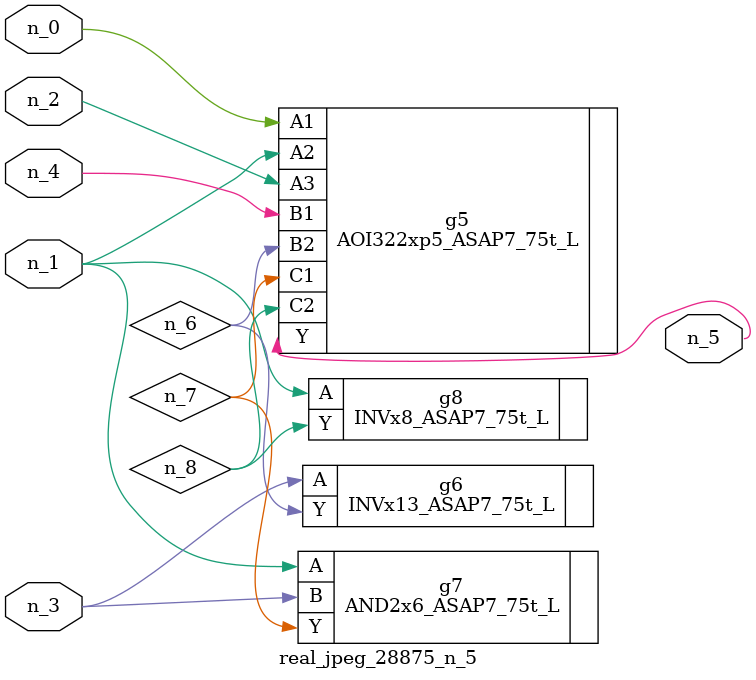
<source format=v>
module real_jpeg_28875_n_5 (n_4, n_0, n_1, n_2, n_3, n_5);

input n_4;
input n_0;
input n_1;
input n_2;
input n_3;

output n_5;

wire n_8;
wire n_6;
wire n_7;

AOI322xp5_ASAP7_75t_L g5 ( 
.A1(n_0),
.A2(n_1),
.A3(n_2),
.B1(n_4),
.B2(n_6),
.C1(n_7),
.C2(n_8),
.Y(n_5)
);

AND2x6_ASAP7_75t_L g7 ( 
.A(n_1),
.B(n_3),
.Y(n_7)
);

INVx8_ASAP7_75t_L g8 ( 
.A(n_1),
.Y(n_8)
);

INVx13_ASAP7_75t_L g6 ( 
.A(n_3),
.Y(n_6)
);


endmodule
</source>
